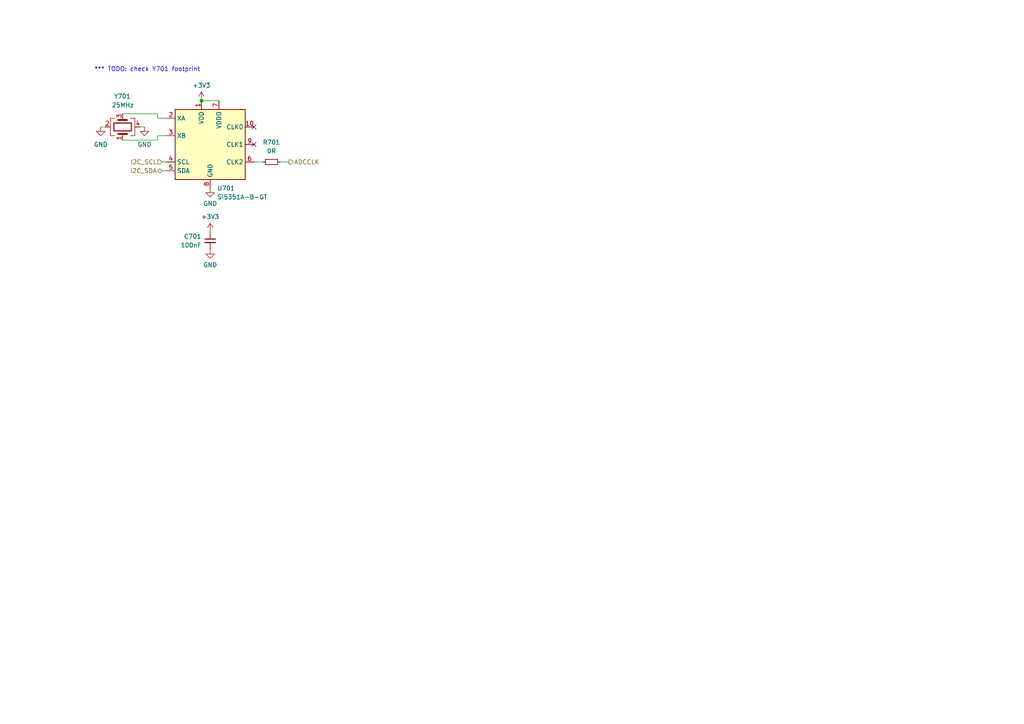
<source format=kicad_sch>
(kicad_sch (version 20211123) (generator eeschema)
  (paper "A4")
  (title_block (title "300W Analog Load Board") (rev "1"))
  (lib_symbols
    (symbol "Device:C_Small" (pin_numbers hide) (pin_names (offset 0.254) hide)
      (property "Reference" "C" (at 0.254 1.778 0))
      (property "Value" "C_Small" (at 0.254 -2.032 0))
      (symbol "C_Small_0_1"
        (polyline (pts (xy -1.524 -0.508) (xy 1.524 -0.508)) (stroke (width 0.3302)))
        (polyline (pts (xy -1.524 0.508) (xy 1.524 0.508)) (stroke (width 0.3048)))
      )
      (symbol "C_Small_1_1"
        (pin passive line (at 0 2.54 270) (length 2.032) (name "~") (number "1"))
        (pin passive line (at 0 -2.54 90) (length 2.032) (name "~") (number "2"))
      )
    )
    (symbol "Device:Crystal_GND24" (pin_names (offset 1.016) hide)
      (property "Reference" "Y" (at 3.175 5.08 0))
      (property "Value" "Crystal_GND24" (at 3.175 3.175 0))
      (symbol "Crystal_GND24_0_1"
        (rectangle (start -1.143 2.54) (end 1.143 -2.54) (stroke (width 0.3048)))
        (polyline (pts (xy -2.54 0) (xy -2.032 0)))
        (polyline (pts (xy -2.032 -1.27) (xy -2.032 1.27)) (stroke (width 0.508)))
        (polyline (pts (xy 0 -3.81) (xy 0 -3.556)))
        (polyline (pts (xy 0 3.556) (xy 0 3.81)))
        (polyline (pts (xy 2.032 -1.27) (xy 2.032 1.27)) (stroke (width 0.508)))
        (polyline (pts (xy 2.032 0) (xy 2.54 0)))
        (polyline (pts (xy -2.54 -2.286) (xy -2.54 -3.556) (xy 2.54 -3.556) (xy 2.54 -2.286)))
        (polyline (pts (xy -2.54 2.286) (xy -2.54 3.556) (xy 2.54 3.556) (xy 2.54 2.286)))
      )
      (symbol "Crystal_GND24_1_1"
        (pin passive line (at -3.81 0 0) (length 1.27) (name "1") (number "1"))
        (pin passive line (at 0 5.08 270) (length 1.27) (name "2") (number "2"))
        (pin passive line (at 3.81 0 180) (length 1.27) (name "3") (number "3"))
        (pin passive line (at 0 -5.08 90) (length 1.27) (name "4") (number "4"))
      )
    )
    (symbol "Device:R_Small" (pin_numbers hide) (pin_names (offset 0.254) hide)
      (property "Reference" "R" (at 0.762 0.508 0))
      (property "Value" "R_Small" (at 0.762 -1.016 0))
      (symbol "R_Small_0_1"
        (rectangle (start -0.762 1.778) (end 0.762 -1.778) (stroke (width 0.2032)))
      )
      (symbol "R_Small_1_1"
        (pin passive line (at 0 2.54 270) (length 0.762) (name "~") (number "1"))
        (pin passive line (at 0 -2.54 90) (length 0.762) (name "~") (number "2"))
      )
    )
    (symbol "Oscillator:Si5351A-B-GT"
      (property "Reference" "U" (at -8.89 11.43 0))
      (property "Value" "Si5351A-B-GT" (at -12.7 -12.7 0))
      (symbol "Si5351A-B-GT_0_1"
        (rectangle (start -10.16 10.16) (end 10.16 -10.16) (stroke (width 0.254)) (fill (type background)))
      )
      (symbol "Si5351A-B-GT_1_1"
        (pin power_in line (at -2.54 12.7 270) (length 2.54) (name "VDD") (number "1"))
        (pin output line (at 12.7 5.08 180) (length 2.54) (name "CLK0") (number "10"))
        (pin input line (at -12.7 7.62 0) (length 2.54) (name "XA") (number "2"))
        (pin input line (at -12.7 2.54 0) (length 2.54) (name "XB") (number "3"))
        (pin input line (at -12.7 -5.08 0) (length 2.54) (name "SCL") (number "4"))
        (pin bidirectional line (at -12.7 -7.62 0) (length 2.54) (name "SDA") (number "5"))
        (pin output line (at 12.7 -5.08 180) (length 2.54) (name "CLK2") (number "6"))
        (pin power_in line (at 2.54 12.7 270) (length 2.54) (name "VDDO") (number "7"))
        (pin power_in line (at 0 -12.7 90) (length 2.54) (name "GND") (number "8"))
        (pin output line (at 12.7 0 180) (length 2.54) (name "CLK1") (number "9"))
      )
    )
    (symbol "power:+3V3" (power) (pin_names (offset 0))
      (property "Value" "+3V3" (at 0 3.556 0))
      (symbol "+3V3_0_1"
        (polyline (pts (xy -0.762 1.27) (xy 0 2.54)))
        (polyline (pts (xy 0 0) (xy 0 2.54)))
        (polyline (pts (xy 0 2.54) (xy 0.762 1.27)))
      )
      (symbol "+3V3_1_1"
        (pin power_in line (at 0 0 90) (length 0) hide (name "+3V3") (number "1"))
      )
    )
    (symbol "power:GND" (power) (pin_names (offset 0))
      (property "Value" "GND" (at 0 -3.81 0))
      (symbol "GND_0_1"
        (polyline (pts (xy 0 0) (xy 0 -1.27) (xy 1.27 -1.27) (xy 0 -2.54) (xy -1.27 -1.27) (xy 0 -1.27)))
      )
      (symbol "GND_1_1"
        (pin power_in line (at 0 0 270) (length 0) hide (name "GND") (number "1"))
      )
    )
  )
  (junction (at 58.42 29.21))
  (no_connect (at 73.66 41.91))
  (no_connect (at 73.66 36.83))
  (wire (pts (xy 45.72 39.37) (xy 48.26 39.37)))
  (wire (pts (xy 29.21 36.83) (xy 30.48 36.83)))
  (wire (pts (xy 45.72 33.02) (xy 45.72 34.29)))
  (wire (pts (xy 81.28 46.99) (xy 83.82 46.99)))
  (wire (pts (xy 41.91 36.83) (xy 40.64 36.83)))
  (wire (pts (xy 46.99 49.53) (xy 48.26 49.53)))
  (wire (pts (xy 35.56 33.02) (xy 45.72 33.02)))
  (wire (pts (xy 46.99 46.99) (xy 48.26 46.99)))
  (wire (pts (xy 58.42 29.21) (xy 63.5 29.21)))
  (wire (pts (xy 73.66 46.99) (xy 76.2 46.99)))
  (wire (pts (xy 45.72 40.64) (xy 45.72 39.37)))
  (wire (pts (xy 45.72 34.29) (xy 48.26 34.29)))
  (wire (pts (xy 35.56 40.64) (xy 45.72 40.64)))
  (text "*** TODO: check Y701 footprint" (at 27.305 20.955 0) (effects (font (size 1.27 1.27)) (justify left bottom)))
  (hierarchical_label "I2C_SDA" (shape bidirectional) (at 46.99 49.53 180))
  (hierarchical_label "I2C_SCL" (shape input) (at 46.99 46.99 180))
  (hierarchical_label "ADCCLK" (shape output) (at 83.82 46.99 0))
  (symbol (lib_id "power:+3V3") (at 60.96 67.31 0) (unit 1)
    (property "Reference" "#PWR0115" (effects hide))
    (property "Value" "+3V3" (at 60.96 62.865 0))
  )
  (symbol (lib_id "power:GND") (at 60.96 72.39 0) (unit 1)
    (property "Reference" "#PWR0114" (effects hide))
    (property "Value" "GND" (at 60.96 76.835 0))
  )
  (symbol (lib_id "power:+3V3") (at 58.42 29.21 0) (unit 1)
    (property "Reference" "#PWR0116" (effects hide))
    (property "Value" "+3V3" (at 58.42 24.765 0))
  )
  (symbol (lib_id "Device:C_Small") (at 60.96 69.85 0) (unit 1)
    (property "Reference" "C701" (at 58.42 68.5862 0) (effects (justify right)))
    (property "Value" "100nF" (at 58.42 71.1262 0) (effects (justify right)))
    (property "Footprint" "Capacitor_SMD:C_0805_2012Metric_Pad1.18x1.45mm_HandSolder" (effects hide))
  )
  (symbol (lib_id "Device:R_Small") (at 78.74 46.99 90) (unit 1)
    (property "Reference" "R701" (at 78.74 41.275 90))
    (property "Value" "0R" (at 78.74 43.815 90))
    (property "Footprint" "Resistor_SMD:R_0805_2012Metric_Pad1.20x1.40mm_HandSolder" (effects hide))
  )
  (symbol (lib_id "power:GND") (at 41.91 36.83 0) (mirror y) (unit 1)
    (property "Reference" "#PWR0117" (effects hide))
    (property "Value" "GND" (at 41.91 41.91 0))
  )
  (symbol (lib_id "Device:Crystal_GND24") (at 35.56 36.83 90) (unit 1)
    (property "Reference" "Y701" (at 33.02 27.94 90) (effects (justify right)))
    (property "Value" "25MHz" (at 32.385 30.48 90) (effects (justify right)))
    (property "Footprint" "Crystal:Crystal_SMD_SeikoEpson_TSX3225-4Pin_3.2x2.5mm_HandSoldering" (effects hide))
    (property "MPN" "TSX-3225 25.0000MF20X-AJ3" (effects hide))
  )
  (symbol (lib_id "power:GND") (at 29.21 36.83 0) (unit 1)
    (property "Reference" "#PWR0112" (effects hide))
    (property "Value" "GND" (at 29.21 41.91 0))
  )
  (symbol (lib_id "power:GND") (at 60.96 54.61 0) (unit 1)
    (property "Reference" "#PWR0113" (effects hide))
    (property "Value" "GND" (at 60.96 59.055 0))
  )
  (symbol (lib_id "Oscillator:Si5351A-B-GT") (at 60.96 41.91 0) (unit 1)
    (property "Reference" "U701" (at 62.9794 54.61 0) (effects (justify left)))
    (property "Value" "Si5351A-B-GT" (at 62.9794 57.15 0) (effects (justify left)))
    (property "Footprint" "Package_SO:MSOP-10_3x3mm_P0.5mm" (effects hide))
    (property "Datasheet" "https://www.silabs.com/documents/public/data-sheets/Si5351-B.pdf" (effects hide))
  )
)
</source>
